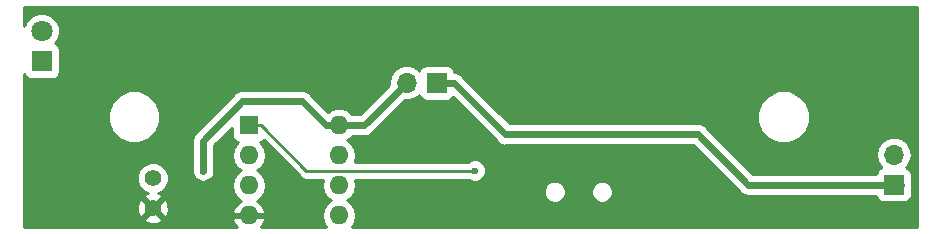
<source format=gbr>
G04 #@! TF.GenerationSoftware,KiCad,Pcbnew,(5.0.1)-4*
G04 #@! TF.CreationDate,2019-10-30T18:23:07+01:00*
G04 #@! TF.ProjectId,PCB,5043422E6B696361645F706362000000,rev?*
G04 #@! TF.SameCoordinates,Original*
G04 #@! TF.FileFunction,Copper,L2,Bot,Signal*
G04 #@! TF.FilePolarity,Positive*
%FSLAX46Y46*%
G04 Gerber Fmt 4.6, Leading zero omitted, Abs format (unit mm)*
G04 Created by KiCad (PCBNEW (5.0.1)-4) date 30/10/2019 18:23:07*
%MOMM*%
%LPD*%
G01*
G04 APERTURE LIST*
G04 #@! TA.AperFunction,ComponentPad*
%ADD10C,1.400000*%
G04 #@! TD*
G04 #@! TA.AperFunction,ComponentPad*
%ADD11R,1.600000X1.600000*%
G04 #@! TD*
G04 #@! TA.AperFunction,ComponentPad*
%ADD12O,1.600000X1.600000*%
G04 #@! TD*
G04 #@! TA.AperFunction,ComponentPad*
%ADD13R,1.800000X1.800000*%
G04 #@! TD*
G04 #@! TA.AperFunction,ComponentPad*
%ADD14C,1.800000*%
G04 #@! TD*
G04 #@! TA.AperFunction,ComponentPad*
%ADD15O,1.700000X1.700000*%
G04 #@! TD*
G04 #@! TA.AperFunction,ComponentPad*
%ADD16R,1.700000X1.700000*%
G04 #@! TD*
G04 #@! TA.AperFunction,ViaPad*
%ADD17C,0.600000*%
G04 #@! TD*
G04 #@! TA.AperFunction,Conductor*
%ADD18C,0.600000*%
G04 #@! TD*
G04 #@! TA.AperFunction,Conductor*
%ADD19C,0.250000*%
G04 #@! TD*
G04 #@! TA.AperFunction,Conductor*
%ADD20C,0.254000*%
G04 #@! TD*
G04 APERTURE END LIST*
D10*
G04 #@! TO.P,BZ1,1*
G04 #@! TO.N,BUZZ*
X111594900Y-115189000D03*
G04 #@! TO.P,BZ1,2*
G04 #@! TO.N,GND*
X111594900Y-117729000D03*
G04 #@! TD*
D11*
G04 #@! TO.P,U3,1*
G04 #@! TO.N,RST*
X119735600Y-110718600D03*
D12*
G04 #@! TO.P,U3,5*
G04 #@! TO.N,MOSI*
X127355600Y-118338600D03*
G04 #@! TO.P,U3,2*
G04 #@! TO.N,LED*
X119735600Y-113258600D03*
G04 #@! TO.P,U3,6*
G04 #@! TO.N,MISO*
X127355600Y-115798600D03*
G04 #@! TO.P,U3,3*
G04 #@! TO.N,BUZZ*
X119735600Y-115798600D03*
G04 #@! TO.P,U3,7*
G04 #@! TO.N,SCK*
X127355600Y-113258600D03*
G04 #@! TO.P,U3,4*
G04 #@! TO.N,GND*
X119735600Y-118338600D03*
G04 #@! TO.P,U3,8*
G04 #@! TO.N,VCC*
X127355600Y-110718600D03*
G04 #@! TD*
D13*
G04 #@! TO.P,D3,1*
G04 #@! TO.N,Net-(D3-Pad1)*
X102184200Y-105257600D03*
D14*
G04 #@! TO.P,D3,2*
G04 #@! TO.N,LED*
X102184200Y-102717600D03*
G04 #@! TD*
D15*
G04 #@! TO.P,BT1,2*
G04 #@! TO.N,BAT-*
X174345600Y-113195100D03*
D16*
G04 #@! TO.P,BT1,1*
G04 #@! TO.N,BAT+*
X174345600Y-115735100D03*
G04 #@! TD*
G04 #@! TO.P,J3,1*
G04 #@! TO.N,BAT+*
X135623300Y-107124500D03*
D15*
G04 #@! TO.P,J3,2*
G04 #@! TO.N,VCC*
X133083300Y-107124500D03*
G04 #@! TD*
D17*
G04 #@! TO.N,GND*
X175000000Y-101000000D03*
X174000000Y-101000000D03*
X173000000Y-101000000D03*
X137939800Y-101352300D03*
X153000000Y-115000000D03*
X123621800Y-118427500D03*
X138480800Y-116852700D03*
X139331700Y-116827300D03*
X154000000Y-115000000D03*
X138939800Y-101352300D03*
X108331000Y-118618000D03*
X107480100Y-118643400D03*
X165992100Y-113844300D03*
X166992100Y-113844300D03*
G04 #@! TO.N,RST*
X138887200Y-114541300D03*
G04 #@! TO.N,VCC*
X115862100Y-114554000D03*
G04 #@! TD*
D18*
G04 #@! TO.N,BAT+*
X162001200Y-115735100D02*
X174955200Y-115735100D01*
X157746700Y-111480600D02*
X162001200Y-115735100D01*
X141429400Y-111480600D02*
X157746700Y-111480600D01*
X137073300Y-107124500D02*
X141429400Y-111480600D01*
X135623300Y-107124500D02*
X137073300Y-107124500D01*
D19*
G04 #@! TO.N,RST*
X124608300Y-114541300D02*
X138887200Y-114541300D01*
X119735600Y-110718600D02*
X120785600Y-110718600D01*
X120785600Y-110718600D02*
X124608300Y-114541300D01*
D18*
G04 #@! TO.N,VCC*
X129489200Y-110718600D02*
X133083300Y-107124500D01*
X127355600Y-110718600D02*
X129489200Y-110718600D01*
X126224230Y-110718600D02*
X124192230Y-108686600D01*
X127355600Y-110718600D02*
X126224230Y-110718600D01*
X115862100Y-112002098D02*
X115862100Y-114554000D01*
X124192230Y-108686600D02*
X119177598Y-108686600D01*
X119177598Y-108686600D02*
X115862100Y-112002098D01*
G04 #@! TD*
D20*
G04 #@! TO.N,GND*
G36*
X176315001Y-119315000D02*
X128429050Y-119315000D01*
X128707340Y-118898509D01*
X128818713Y-118338600D01*
X128707340Y-117778691D01*
X128390177Y-117304023D01*
X128037842Y-117068600D01*
X128390177Y-116833177D01*
X128707340Y-116358509D01*
X128747817Y-116155017D01*
X144689800Y-116155017D01*
X144689800Y-116526983D01*
X144832145Y-116870635D01*
X145095165Y-117133655D01*
X145438817Y-117276000D01*
X145810783Y-117276000D01*
X146154435Y-117133655D01*
X146417455Y-116870635D01*
X146559800Y-116526983D01*
X146559800Y-116155017D01*
X148689800Y-116155017D01*
X148689800Y-116526983D01*
X148832145Y-116870635D01*
X149095165Y-117133655D01*
X149438817Y-117276000D01*
X149810783Y-117276000D01*
X150154435Y-117133655D01*
X150417455Y-116870635D01*
X150559800Y-116526983D01*
X150559800Y-116155017D01*
X150417455Y-115811365D01*
X150154435Y-115548345D01*
X149810783Y-115406000D01*
X149438817Y-115406000D01*
X149095165Y-115548345D01*
X148832145Y-115811365D01*
X148689800Y-116155017D01*
X146559800Y-116155017D01*
X146417455Y-115811365D01*
X146154435Y-115548345D01*
X145810783Y-115406000D01*
X145438817Y-115406000D01*
X145095165Y-115548345D01*
X144832145Y-115811365D01*
X144689800Y-116155017D01*
X128747817Y-116155017D01*
X128818713Y-115798600D01*
X128719794Y-115301300D01*
X138324910Y-115301300D01*
X138357565Y-115333955D01*
X138701217Y-115476300D01*
X139073183Y-115476300D01*
X139416835Y-115333955D01*
X139679855Y-115070935D01*
X139822200Y-114727283D01*
X139822200Y-114355317D01*
X139679855Y-114011665D01*
X139416835Y-113748645D01*
X139073183Y-113606300D01*
X138701217Y-113606300D01*
X138357565Y-113748645D01*
X138324910Y-113781300D01*
X128714741Y-113781300D01*
X128818713Y-113258600D01*
X128707340Y-112698691D01*
X128390177Y-112224023D01*
X128037842Y-111988600D01*
X128390177Y-111753177D01*
X128456712Y-111653600D01*
X129397114Y-111653600D01*
X129489200Y-111671917D01*
X129581286Y-111653600D01*
X129854019Y-111599350D01*
X130163297Y-111392697D01*
X130215461Y-111314628D01*
X132923320Y-108606770D01*
X132937044Y-108609500D01*
X133229556Y-108609500D01*
X133662718Y-108523339D01*
X134153925Y-108195125D01*
X134166116Y-108176881D01*
X134175143Y-108222265D01*
X134315491Y-108432309D01*
X134525535Y-108572657D01*
X134773300Y-108621940D01*
X136473300Y-108621940D01*
X136721065Y-108572657D01*
X136931109Y-108432309D01*
X136982263Y-108355752D01*
X140703139Y-112076628D01*
X140755303Y-112154697D01*
X141064581Y-112361350D01*
X141429400Y-112433917D01*
X141521486Y-112415600D01*
X157359411Y-112415600D01*
X161274939Y-116331128D01*
X161327103Y-116409197D01*
X161636381Y-116615850D01*
X162001200Y-116688417D01*
X162093286Y-116670100D01*
X172865067Y-116670100D01*
X172897443Y-116832865D01*
X173037791Y-117042909D01*
X173247835Y-117183257D01*
X173495600Y-117232540D01*
X175195600Y-117232540D01*
X175443365Y-117183257D01*
X175653409Y-117042909D01*
X175793757Y-116832865D01*
X175843040Y-116585100D01*
X175843040Y-116064275D01*
X175908517Y-115735100D01*
X175843040Y-115405925D01*
X175843040Y-114885100D01*
X175793757Y-114637335D01*
X175653409Y-114427291D01*
X175443365Y-114286943D01*
X175397981Y-114277916D01*
X175416225Y-114265725D01*
X175744439Y-113774518D01*
X175859692Y-113195100D01*
X175744439Y-112615682D01*
X175416225Y-112124475D01*
X174925018Y-111796261D01*
X174491856Y-111710100D01*
X174199344Y-111710100D01*
X173766182Y-111796261D01*
X173274975Y-112124475D01*
X172946761Y-112615682D01*
X172831508Y-113195100D01*
X172946761Y-113774518D01*
X173274975Y-114265725D01*
X173293219Y-114277916D01*
X173247835Y-114286943D01*
X173037791Y-114427291D01*
X172897443Y-114637335D01*
X172865067Y-114800100D01*
X162388489Y-114800100D01*
X158472961Y-110884572D01*
X158420797Y-110806503D01*
X158111519Y-110599850D01*
X157838786Y-110545600D01*
X157746700Y-110527283D01*
X157654614Y-110545600D01*
X141816689Y-110545600D01*
X140826520Y-109555431D01*
X162765000Y-109555431D01*
X162765000Y-110444569D01*
X163105259Y-111266026D01*
X163733974Y-111894741D01*
X164555431Y-112235000D01*
X165444569Y-112235000D01*
X166266026Y-111894741D01*
X166894741Y-111266026D01*
X167235000Y-110444569D01*
X167235000Y-109555431D01*
X166894741Y-108733974D01*
X166266026Y-108105259D01*
X165444569Y-107765000D01*
X164555431Y-107765000D01*
X163733974Y-108105259D01*
X163105259Y-108733974D01*
X162765000Y-109555431D01*
X140826520Y-109555431D01*
X137799561Y-106528472D01*
X137747397Y-106450403D01*
X137438119Y-106243750D01*
X137165386Y-106189500D01*
X137101297Y-106176752D01*
X137071457Y-106026735D01*
X136931109Y-105816691D01*
X136721065Y-105676343D01*
X136473300Y-105627060D01*
X134773300Y-105627060D01*
X134525535Y-105676343D01*
X134315491Y-105816691D01*
X134175143Y-106026735D01*
X134166116Y-106072119D01*
X134153925Y-106053875D01*
X133662718Y-105725661D01*
X133229556Y-105639500D01*
X132937044Y-105639500D01*
X132503882Y-105725661D01*
X132012675Y-106053875D01*
X131684461Y-106545082D01*
X131569208Y-107124500D01*
X131601030Y-107284480D01*
X129101911Y-109783600D01*
X128456712Y-109783600D01*
X128390177Y-109684023D01*
X127915509Y-109366860D01*
X127496933Y-109283600D01*
X127214267Y-109283600D01*
X126795691Y-109366860D01*
X126435471Y-109607551D01*
X124918491Y-108090572D01*
X124866327Y-108012503D01*
X124557049Y-107805850D01*
X124284316Y-107751600D01*
X124192230Y-107733283D01*
X124100144Y-107751600D01*
X119269679Y-107751600D01*
X119177597Y-107733284D01*
X119085515Y-107751600D01*
X119085512Y-107751600D01*
X118812779Y-107805850D01*
X118503501Y-108012503D01*
X118451339Y-108090569D01*
X115266072Y-111275837D01*
X115188003Y-111328001D01*
X115086040Y-111480600D01*
X114981350Y-111637280D01*
X114908783Y-112002098D01*
X114927100Y-112094184D01*
X114927101Y-114368015D01*
X114927100Y-114368017D01*
X114927100Y-114739983D01*
X114963035Y-114826738D01*
X114981351Y-114918819D01*
X115033510Y-114996881D01*
X115069445Y-115083635D01*
X115135844Y-115150034D01*
X115188004Y-115228097D01*
X115266067Y-115280257D01*
X115332465Y-115346655D01*
X115419218Y-115382589D01*
X115497282Y-115434750D01*
X115589366Y-115453067D01*
X115676117Y-115489000D01*
X115770014Y-115489000D01*
X115862100Y-115507317D01*
X115954186Y-115489000D01*
X116048083Y-115489000D01*
X116134833Y-115453067D01*
X116226919Y-115434750D01*
X116304985Y-115382588D01*
X116391735Y-115346655D01*
X116458131Y-115280259D01*
X116536197Y-115228097D01*
X116588359Y-115150031D01*
X116654755Y-115083635D01*
X116690688Y-114996885D01*
X116742850Y-114918819D01*
X116761167Y-114826733D01*
X116797100Y-114739983D01*
X116797100Y-112389387D01*
X118288160Y-110898328D01*
X118288160Y-111518600D01*
X118337443Y-111766365D01*
X118477791Y-111976409D01*
X118687835Y-112116757D01*
X118821706Y-112143385D01*
X118701023Y-112224023D01*
X118383860Y-112698691D01*
X118272487Y-113258600D01*
X118383860Y-113818509D01*
X118701023Y-114293177D01*
X119053358Y-114528600D01*
X118701023Y-114764023D01*
X118383860Y-115238691D01*
X118272487Y-115798600D01*
X118383860Y-116358509D01*
X118701023Y-116833177D01*
X119084708Y-117089547D01*
X118880466Y-117186211D01*
X118504559Y-117601177D01*
X118343696Y-117989561D01*
X118465685Y-118211600D01*
X119608600Y-118211600D01*
X119608600Y-118191600D01*
X119862600Y-118191600D01*
X119862600Y-118211600D01*
X121005515Y-118211600D01*
X121127504Y-117989561D01*
X120966641Y-117601177D01*
X120590734Y-117186211D01*
X120386492Y-117089547D01*
X120770177Y-116833177D01*
X121087340Y-116358509D01*
X121198713Y-115798600D01*
X121087340Y-115238691D01*
X120770177Y-114764023D01*
X120417842Y-114528600D01*
X120770177Y-114293177D01*
X121087340Y-113818509D01*
X121198713Y-113258600D01*
X121087340Y-112698691D01*
X120770177Y-112224023D01*
X120649494Y-112143385D01*
X120783365Y-112116757D01*
X120978542Y-111986343D01*
X124017971Y-115025773D01*
X124060371Y-115089229D01*
X124311763Y-115257204D01*
X124533448Y-115301300D01*
X124533452Y-115301300D01*
X124608299Y-115316188D01*
X124683146Y-115301300D01*
X125991406Y-115301300D01*
X125892487Y-115798600D01*
X126003860Y-116358509D01*
X126321023Y-116833177D01*
X126673358Y-117068600D01*
X126321023Y-117304023D01*
X126003860Y-117778691D01*
X125892487Y-118338600D01*
X126003860Y-118898509D01*
X126282150Y-119315000D01*
X120750158Y-119315000D01*
X120966641Y-119076023D01*
X121127504Y-118687639D01*
X121005515Y-118465600D01*
X119862600Y-118465600D01*
X119862600Y-118485600D01*
X119608600Y-118485600D01*
X119608600Y-118465600D01*
X118465685Y-118465600D01*
X118343696Y-118687639D01*
X118504559Y-119076023D01*
X118721042Y-119315000D01*
X100685000Y-119315000D01*
X100685000Y-118664275D01*
X110839231Y-118664275D01*
X110901069Y-118900042D01*
X111402022Y-119076419D01*
X111932340Y-119047664D01*
X112288731Y-118900042D01*
X112350569Y-118664275D01*
X111594900Y-117908605D01*
X110839231Y-118664275D01*
X100685000Y-118664275D01*
X100685000Y-117536122D01*
X110247481Y-117536122D01*
X110276236Y-118066440D01*
X110423858Y-118422831D01*
X110659625Y-118484669D01*
X111415295Y-117729000D01*
X111774505Y-117729000D01*
X112530175Y-118484669D01*
X112765942Y-118422831D01*
X112942319Y-117921878D01*
X112913564Y-117391560D01*
X112765942Y-117035169D01*
X112530175Y-116973331D01*
X111774505Y-117729000D01*
X111415295Y-117729000D01*
X110659625Y-116973331D01*
X110423858Y-117035169D01*
X110247481Y-117536122D01*
X100685000Y-117536122D01*
X100685000Y-114923452D01*
X110259900Y-114923452D01*
X110259900Y-115454548D01*
X110463142Y-115945217D01*
X110838683Y-116320758D01*
X111156202Y-116452279D01*
X110901069Y-116557958D01*
X110839231Y-116793725D01*
X111594900Y-117549395D01*
X112350569Y-116793725D01*
X112288731Y-116557958D01*
X112012913Y-116460847D01*
X112351117Y-116320758D01*
X112726658Y-115945217D01*
X112929900Y-115454548D01*
X112929900Y-114923452D01*
X112726658Y-114432783D01*
X112351117Y-114057242D01*
X111860448Y-113854000D01*
X111329352Y-113854000D01*
X110838683Y-114057242D01*
X110463142Y-114432783D01*
X110259900Y-114923452D01*
X100685000Y-114923452D01*
X100685000Y-109555431D01*
X107765000Y-109555431D01*
X107765000Y-110444569D01*
X108105259Y-111266026D01*
X108733974Y-111894741D01*
X109555431Y-112235000D01*
X110444569Y-112235000D01*
X111266026Y-111894741D01*
X111894741Y-111266026D01*
X112235000Y-110444569D01*
X112235000Y-109555431D01*
X111894741Y-108733974D01*
X111266026Y-108105259D01*
X110444569Y-107765000D01*
X109555431Y-107765000D01*
X108733974Y-108105259D01*
X108105259Y-108733974D01*
X107765000Y-109555431D01*
X100685000Y-109555431D01*
X100685000Y-106400121D01*
X100686043Y-106405365D01*
X100826391Y-106615409D01*
X101036435Y-106755757D01*
X101284200Y-106805040D01*
X103084200Y-106805040D01*
X103331965Y-106755757D01*
X103542009Y-106615409D01*
X103682357Y-106405365D01*
X103731640Y-106157600D01*
X103731640Y-104357600D01*
X103682357Y-104109835D01*
X103542009Y-103899791D01*
X103331965Y-103759443D01*
X103316292Y-103756325D01*
X103485510Y-103587107D01*
X103719200Y-103022930D01*
X103719200Y-102412270D01*
X103485510Y-101848093D01*
X103053707Y-101416290D01*
X102489530Y-101182600D01*
X101878870Y-101182600D01*
X101314693Y-101416290D01*
X100882890Y-101848093D01*
X100685000Y-102325841D01*
X100685000Y-100685000D01*
X176315000Y-100685000D01*
X176315001Y-119315000D01*
X176315001Y-119315000D01*
G37*
X176315001Y-119315000D02*
X128429050Y-119315000D01*
X128707340Y-118898509D01*
X128818713Y-118338600D01*
X128707340Y-117778691D01*
X128390177Y-117304023D01*
X128037842Y-117068600D01*
X128390177Y-116833177D01*
X128707340Y-116358509D01*
X128747817Y-116155017D01*
X144689800Y-116155017D01*
X144689800Y-116526983D01*
X144832145Y-116870635D01*
X145095165Y-117133655D01*
X145438817Y-117276000D01*
X145810783Y-117276000D01*
X146154435Y-117133655D01*
X146417455Y-116870635D01*
X146559800Y-116526983D01*
X146559800Y-116155017D01*
X148689800Y-116155017D01*
X148689800Y-116526983D01*
X148832145Y-116870635D01*
X149095165Y-117133655D01*
X149438817Y-117276000D01*
X149810783Y-117276000D01*
X150154435Y-117133655D01*
X150417455Y-116870635D01*
X150559800Y-116526983D01*
X150559800Y-116155017D01*
X150417455Y-115811365D01*
X150154435Y-115548345D01*
X149810783Y-115406000D01*
X149438817Y-115406000D01*
X149095165Y-115548345D01*
X148832145Y-115811365D01*
X148689800Y-116155017D01*
X146559800Y-116155017D01*
X146417455Y-115811365D01*
X146154435Y-115548345D01*
X145810783Y-115406000D01*
X145438817Y-115406000D01*
X145095165Y-115548345D01*
X144832145Y-115811365D01*
X144689800Y-116155017D01*
X128747817Y-116155017D01*
X128818713Y-115798600D01*
X128719794Y-115301300D01*
X138324910Y-115301300D01*
X138357565Y-115333955D01*
X138701217Y-115476300D01*
X139073183Y-115476300D01*
X139416835Y-115333955D01*
X139679855Y-115070935D01*
X139822200Y-114727283D01*
X139822200Y-114355317D01*
X139679855Y-114011665D01*
X139416835Y-113748645D01*
X139073183Y-113606300D01*
X138701217Y-113606300D01*
X138357565Y-113748645D01*
X138324910Y-113781300D01*
X128714741Y-113781300D01*
X128818713Y-113258600D01*
X128707340Y-112698691D01*
X128390177Y-112224023D01*
X128037842Y-111988600D01*
X128390177Y-111753177D01*
X128456712Y-111653600D01*
X129397114Y-111653600D01*
X129489200Y-111671917D01*
X129581286Y-111653600D01*
X129854019Y-111599350D01*
X130163297Y-111392697D01*
X130215461Y-111314628D01*
X132923320Y-108606770D01*
X132937044Y-108609500D01*
X133229556Y-108609500D01*
X133662718Y-108523339D01*
X134153925Y-108195125D01*
X134166116Y-108176881D01*
X134175143Y-108222265D01*
X134315491Y-108432309D01*
X134525535Y-108572657D01*
X134773300Y-108621940D01*
X136473300Y-108621940D01*
X136721065Y-108572657D01*
X136931109Y-108432309D01*
X136982263Y-108355752D01*
X140703139Y-112076628D01*
X140755303Y-112154697D01*
X141064581Y-112361350D01*
X141429400Y-112433917D01*
X141521486Y-112415600D01*
X157359411Y-112415600D01*
X161274939Y-116331128D01*
X161327103Y-116409197D01*
X161636381Y-116615850D01*
X162001200Y-116688417D01*
X162093286Y-116670100D01*
X172865067Y-116670100D01*
X172897443Y-116832865D01*
X173037791Y-117042909D01*
X173247835Y-117183257D01*
X173495600Y-117232540D01*
X175195600Y-117232540D01*
X175443365Y-117183257D01*
X175653409Y-117042909D01*
X175793757Y-116832865D01*
X175843040Y-116585100D01*
X175843040Y-116064275D01*
X175908517Y-115735100D01*
X175843040Y-115405925D01*
X175843040Y-114885100D01*
X175793757Y-114637335D01*
X175653409Y-114427291D01*
X175443365Y-114286943D01*
X175397981Y-114277916D01*
X175416225Y-114265725D01*
X175744439Y-113774518D01*
X175859692Y-113195100D01*
X175744439Y-112615682D01*
X175416225Y-112124475D01*
X174925018Y-111796261D01*
X174491856Y-111710100D01*
X174199344Y-111710100D01*
X173766182Y-111796261D01*
X173274975Y-112124475D01*
X172946761Y-112615682D01*
X172831508Y-113195100D01*
X172946761Y-113774518D01*
X173274975Y-114265725D01*
X173293219Y-114277916D01*
X173247835Y-114286943D01*
X173037791Y-114427291D01*
X172897443Y-114637335D01*
X172865067Y-114800100D01*
X162388489Y-114800100D01*
X158472961Y-110884572D01*
X158420797Y-110806503D01*
X158111519Y-110599850D01*
X157838786Y-110545600D01*
X157746700Y-110527283D01*
X157654614Y-110545600D01*
X141816689Y-110545600D01*
X140826520Y-109555431D01*
X162765000Y-109555431D01*
X162765000Y-110444569D01*
X163105259Y-111266026D01*
X163733974Y-111894741D01*
X164555431Y-112235000D01*
X165444569Y-112235000D01*
X166266026Y-111894741D01*
X166894741Y-111266026D01*
X167235000Y-110444569D01*
X167235000Y-109555431D01*
X166894741Y-108733974D01*
X166266026Y-108105259D01*
X165444569Y-107765000D01*
X164555431Y-107765000D01*
X163733974Y-108105259D01*
X163105259Y-108733974D01*
X162765000Y-109555431D01*
X140826520Y-109555431D01*
X137799561Y-106528472D01*
X137747397Y-106450403D01*
X137438119Y-106243750D01*
X137165386Y-106189500D01*
X137101297Y-106176752D01*
X137071457Y-106026735D01*
X136931109Y-105816691D01*
X136721065Y-105676343D01*
X136473300Y-105627060D01*
X134773300Y-105627060D01*
X134525535Y-105676343D01*
X134315491Y-105816691D01*
X134175143Y-106026735D01*
X134166116Y-106072119D01*
X134153925Y-106053875D01*
X133662718Y-105725661D01*
X133229556Y-105639500D01*
X132937044Y-105639500D01*
X132503882Y-105725661D01*
X132012675Y-106053875D01*
X131684461Y-106545082D01*
X131569208Y-107124500D01*
X131601030Y-107284480D01*
X129101911Y-109783600D01*
X128456712Y-109783600D01*
X128390177Y-109684023D01*
X127915509Y-109366860D01*
X127496933Y-109283600D01*
X127214267Y-109283600D01*
X126795691Y-109366860D01*
X126435471Y-109607551D01*
X124918491Y-108090572D01*
X124866327Y-108012503D01*
X124557049Y-107805850D01*
X124284316Y-107751600D01*
X124192230Y-107733283D01*
X124100144Y-107751600D01*
X119269679Y-107751600D01*
X119177597Y-107733284D01*
X119085515Y-107751600D01*
X119085512Y-107751600D01*
X118812779Y-107805850D01*
X118503501Y-108012503D01*
X118451339Y-108090569D01*
X115266072Y-111275837D01*
X115188003Y-111328001D01*
X115086040Y-111480600D01*
X114981350Y-111637280D01*
X114908783Y-112002098D01*
X114927100Y-112094184D01*
X114927101Y-114368015D01*
X114927100Y-114368017D01*
X114927100Y-114739983D01*
X114963035Y-114826738D01*
X114981351Y-114918819D01*
X115033510Y-114996881D01*
X115069445Y-115083635D01*
X115135844Y-115150034D01*
X115188004Y-115228097D01*
X115266067Y-115280257D01*
X115332465Y-115346655D01*
X115419218Y-115382589D01*
X115497282Y-115434750D01*
X115589366Y-115453067D01*
X115676117Y-115489000D01*
X115770014Y-115489000D01*
X115862100Y-115507317D01*
X115954186Y-115489000D01*
X116048083Y-115489000D01*
X116134833Y-115453067D01*
X116226919Y-115434750D01*
X116304985Y-115382588D01*
X116391735Y-115346655D01*
X116458131Y-115280259D01*
X116536197Y-115228097D01*
X116588359Y-115150031D01*
X116654755Y-115083635D01*
X116690688Y-114996885D01*
X116742850Y-114918819D01*
X116761167Y-114826733D01*
X116797100Y-114739983D01*
X116797100Y-112389387D01*
X118288160Y-110898328D01*
X118288160Y-111518600D01*
X118337443Y-111766365D01*
X118477791Y-111976409D01*
X118687835Y-112116757D01*
X118821706Y-112143385D01*
X118701023Y-112224023D01*
X118383860Y-112698691D01*
X118272487Y-113258600D01*
X118383860Y-113818509D01*
X118701023Y-114293177D01*
X119053358Y-114528600D01*
X118701023Y-114764023D01*
X118383860Y-115238691D01*
X118272487Y-115798600D01*
X118383860Y-116358509D01*
X118701023Y-116833177D01*
X119084708Y-117089547D01*
X118880466Y-117186211D01*
X118504559Y-117601177D01*
X118343696Y-117989561D01*
X118465685Y-118211600D01*
X119608600Y-118211600D01*
X119608600Y-118191600D01*
X119862600Y-118191600D01*
X119862600Y-118211600D01*
X121005515Y-118211600D01*
X121127504Y-117989561D01*
X120966641Y-117601177D01*
X120590734Y-117186211D01*
X120386492Y-117089547D01*
X120770177Y-116833177D01*
X121087340Y-116358509D01*
X121198713Y-115798600D01*
X121087340Y-115238691D01*
X120770177Y-114764023D01*
X120417842Y-114528600D01*
X120770177Y-114293177D01*
X121087340Y-113818509D01*
X121198713Y-113258600D01*
X121087340Y-112698691D01*
X120770177Y-112224023D01*
X120649494Y-112143385D01*
X120783365Y-112116757D01*
X120978542Y-111986343D01*
X124017971Y-115025773D01*
X124060371Y-115089229D01*
X124311763Y-115257204D01*
X124533448Y-115301300D01*
X124533452Y-115301300D01*
X124608299Y-115316188D01*
X124683146Y-115301300D01*
X125991406Y-115301300D01*
X125892487Y-115798600D01*
X126003860Y-116358509D01*
X126321023Y-116833177D01*
X126673358Y-117068600D01*
X126321023Y-117304023D01*
X126003860Y-117778691D01*
X125892487Y-118338600D01*
X126003860Y-118898509D01*
X126282150Y-119315000D01*
X120750158Y-119315000D01*
X120966641Y-119076023D01*
X121127504Y-118687639D01*
X121005515Y-118465600D01*
X119862600Y-118465600D01*
X119862600Y-118485600D01*
X119608600Y-118485600D01*
X119608600Y-118465600D01*
X118465685Y-118465600D01*
X118343696Y-118687639D01*
X118504559Y-119076023D01*
X118721042Y-119315000D01*
X100685000Y-119315000D01*
X100685000Y-118664275D01*
X110839231Y-118664275D01*
X110901069Y-118900042D01*
X111402022Y-119076419D01*
X111932340Y-119047664D01*
X112288731Y-118900042D01*
X112350569Y-118664275D01*
X111594900Y-117908605D01*
X110839231Y-118664275D01*
X100685000Y-118664275D01*
X100685000Y-117536122D01*
X110247481Y-117536122D01*
X110276236Y-118066440D01*
X110423858Y-118422831D01*
X110659625Y-118484669D01*
X111415295Y-117729000D01*
X111774505Y-117729000D01*
X112530175Y-118484669D01*
X112765942Y-118422831D01*
X112942319Y-117921878D01*
X112913564Y-117391560D01*
X112765942Y-117035169D01*
X112530175Y-116973331D01*
X111774505Y-117729000D01*
X111415295Y-117729000D01*
X110659625Y-116973331D01*
X110423858Y-117035169D01*
X110247481Y-117536122D01*
X100685000Y-117536122D01*
X100685000Y-114923452D01*
X110259900Y-114923452D01*
X110259900Y-115454548D01*
X110463142Y-115945217D01*
X110838683Y-116320758D01*
X111156202Y-116452279D01*
X110901069Y-116557958D01*
X110839231Y-116793725D01*
X111594900Y-117549395D01*
X112350569Y-116793725D01*
X112288731Y-116557958D01*
X112012913Y-116460847D01*
X112351117Y-116320758D01*
X112726658Y-115945217D01*
X112929900Y-115454548D01*
X112929900Y-114923452D01*
X112726658Y-114432783D01*
X112351117Y-114057242D01*
X111860448Y-113854000D01*
X111329352Y-113854000D01*
X110838683Y-114057242D01*
X110463142Y-114432783D01*
X110259900Y-114923452D01*
X100685000Y-114923452D01*
X100685000Y-109555431D01*
X107765000Y-109555431D01*
X107765000Y-110444569D01*
X108105259Y-111266026D01*
X108733974Y-111894741D01*
X109555431Y-112235000D01*
X110444569Y-112235000D01*
X111266026Y-111894741D01*
X111894741Y-111266026D01*
X112235000Y-110444569D01*
X112235000Y-109555431D01*
X111894741Y-108733974D01*
X111266026Y-108105259D01*
X110444569Y-107765000D01*
X109555431Y-107765000D01*
X108733974Y-108105259D01*
X108105259Y-108733974D01*
X107765000Y-109555431D01*
X100685000Y-109555431D01*
X100685000Y-106400121D01*
X100686043Y-106405365D01*
X100826391Y-106615409D01*
X101036435Y-106755757D01*
X101284200Y-106805040D01*
X103084200Y-106805040D01*
X103331965Y-106755757D01*
X103542009Y-106615409D01*
X103682357Y-106405365D01*
X103731640Y-106157600D01*
X103731640Y-104357600D01*
X103682357Y-104109835D01*
X103542009Y-103899791D01*
X103331965Y-103759443D01*
X103316292Y-103756325D01*
X103485510Y-103587107D01*
X103719200Y-103022930D01*
X103719200Y-102412270D01*
X103485510Y-101848093D01*
X103053707Y-101416290D01*
X102489530Y-101182600D01*
X101878870Y-101182600D01*
X101314693Y-101416290D01*
X100882890Y-101848093D01*
X100685000Y-102325841D01*
X100685000Y-100685000D01*
X176315000Y-100685000D01*
X176315001Y-119315000D01*
G04 #@! TD*
M02*

</source>
